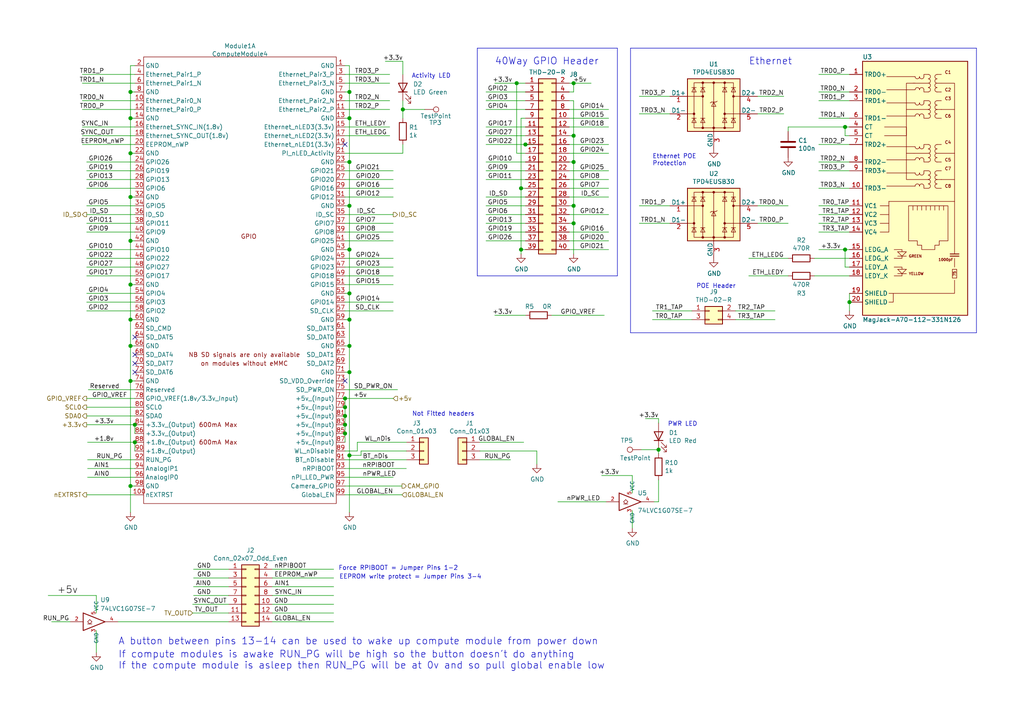
<source format=kicad_sch>
(kicad_sch (version 20211123) (generator eeschema)
  (paper "A4")
  (title_block (title "bitcart - GPIO - Ethernet") (date "2022-06-02") (rev "1") (comment 1 "https://github.com/skot/bitcart.git"))
  (junction (at 37.846 92.71) (diameter 1.016))
  (junction (at 101.346 132.08) (diameter 1.016))
  (junction (at 166.37 39.37) (diameter 1.016))
  (junction (at 101.346 59.69) (diameter 1.016))
  (junction (at 151.13 54.61) (diameter 1.016))
  (junction (at 166.37 24.13) (diameter 1.016))
  (junction (at 101.346 46.99) (diameter 1.016))
  (junction (at 101.346 72.39) (diameter 1.016))
  (junction (at 246.38 87.63) (diameter 1.016))
  (junction (at 101.346 26.67) (diameter 1.016))
  (junction (at 245.11 36.83) (diameter 1.016))
  (junction (at 151.13 72.39) (diameter 1.016))
  (junction (at 100.076 125.73) (diameter 1.016))
  (junction (at 101.346 85.09) (diameter 1.016))
  (junction (at 166.37 64.77) (diameter 1.016))
  (junction (at 37.846 69.85) (diameter 1.016))
  (junction (at 37.846 26.67) (diameter 1.016))
  (junction (at 100.076 120.65) (diameter 1.016))
  (junction (at 245.11 72.39) (diameter 1.016))
  (junction (at 37.846 100.33) (diameter 1.016))
  (junction (at 37.846 44.45) (diameter 1.016))
  (junction (at 39.116 123.19) (diameter 1.016))
  (junction (at 116.84 31.75) (diameter 1.016))
  (junction (at 101.346 107.95) (diameter 1.016))
  (junction (at 101.346 34.29) (diameter 1.016))
  (junction (at 149.86 24.13) (diameter 1.016))
  (junction (at 166.37 46.99) (diameter 1.016))
  (junction (at 191.008 130.429) (diameter 1.016))
  (junction (at 101.346 92.71) (diameter 1.016))
  (junction (at 100.076 115.57) (diameter 1.016))
  (junction (at 100.076 123.19) (diameter 1.016))
  (junction (at 101.346 100.33) (diameter 1.016))
  (junction (at 37.846 82.55) (diameter 1.016))
  (junction (at 166.37 59.69) (diameter 1.016))
  (junction (at 39.116 128.27) (diameter 1.016))
  (junction (at 37.846 110.49) (diameter 1.016))
  (junction (at 37.846 34.29) (diameter 1.016))
  (junction (at 37.846 57.15) (diameter 1.016))
  (junction (at 37.846 140.97) (diameter 1.016))
  (junction (at 152.4 41.91) (diameter 1.016))
  (junction (at 100.076 118.11) (diameter 1.016))
  (no_connect (at 100.076 110.49))
  (no_connect (at 39.116 97.79))
  (no_connect (at 100.076 41.91))
  (no_connect (at 39.116 107.95))
  (no_connect (at 39.116 105.41))
  (no_connect (at 39.116 102.87))
  (wire (pts (xy 25.146 118.11) (xy 39.116 118.11)))
  (wire (pts (xy 23.876 36.83) (xy 39.116 36.83)))
  (wire (pts (xy 37.846 57.15) (xy 39.116 57.15)))
  (wire (pts (xy 78.994 175.26) (xy 96.774 175.26)))
  (wire (pts (xy 166.37 64.77) (xy 166.37 73.66)))
  (wire (pts (xy 100.076 44.45) (xy 116.84 44.45)))
  (wire (pts (xy 140.97 39.37) (xy 152.4 39.37)))
  (wire (pts (xy 237.49 21.59) (xy 246.38 21.59)))
  (wire (pts (xy 166.37 29.21) (xy 166.37 39.37)))
  (wire (pts (xy 78.994 170.18) (xy 96.774 170.18)))
  (wire (pts (xy 56.134 167.64) (xy 66.294 167.64)))
  (wire (pts (xy 101.346 132.08) (xy 101.346 148.59)))
  (wire (pts (xy 100.076 21.59) (xy 113.03 21.59)))
  (wire (pts (xy 237.49 34.29) (xy 246.38 34.29)))
  (wire (pts (xy 245.11 72.39) (xy 246.38 72.39)))
  (wire (pts (xy 101.346 46.99) (xy 101.346 59.69)))
  (wire (pts (xy 37.846 44.45) (xy 37.846 57.15)))
  (polyline (pts (xy 283.21 13.97) (xy 283.21 96.52)) (stroke (width 0) (type solid)))
  (wire (pts (xy 140.97 52.07) (xy 152.4 52.07)))
  (wire (pts (xy 100.076 85.09) (xy 101.346 85.09)))
  (wire (pts (xy 56.134 170.18) (xy 66.294 170.18)))
  (wire (pts (xy 25.146 90.17) (xy 39.116 90.17)))
  (wire (pts (xy 140.97 64.77) (xy 152.4 64.77)))
  (wire (pts (xy 183.388 137.922) (xy 174.498 137.922)))
  (wire (pts (xy 166.37 64.77) (xy 166.37 59.69)))
  (wire (pts (xy 27.94 172.72) (xy 27.94 177.8)))
  (wire (pts (xy 25.4 138.43) (xy 39.116 138.43)))
  (wire (pts (xy 100.076 80.01) (xy 114.046 80.01)))
  (wire (pts (xy 228.6 38.1) (xy 228.6 36.83)))
  (wire (pts (xy 103.632 128.27) (xy 117.856 128.27)))
  (wire (pts (xy 100.076 34.29) (xy 101.346 34.29)))
  (wire (pts (xy 140.97 31.75) (xy 152.4 31.75)))
  (wire (pts (xy 139.192 133.35) (xy 148.082 133.35)))
  (wire (pts (xy 25.146 115.57) (xy 39.116 115.57)))
  (wire (pts (xy 100.076 52.07) (xy 114.046 52.07)))
  (wire (pts (xy 140.97 62.23) (xy 152.4 62.23)))
  (wire (pts (xy 101.346 85.09) (xy 101.346 92.71)))
  (wire (pts (xy 166.37 46.99) (xy 165.1 46.99)))
  (wire (pts (xy 37.846 19.05) (xy 37.846 26.67)))
  (wire (pts (xy 100.076 36.83) (xy 113.03 36.83)))
  (wire (pts (xy 25.146 59.69) (xy 39.116 59.69)))
  (wire (pts (xy 166.37 39.37) (xy 165.1 39.37)))
  (wire (pts (xy 100.076 87.63) (xy 114.046 87.63)))
  (wire (pts (xy 56.134 172.72) (xy 66.294 172.72)))
  (wire (pts (xy 100.076 133.35) (xy 117.856 133.35)))
  (wire (pts (xy 78.994 172.72) (xy 96.774 172.72)))
  (wire (pts (xy 37.846 69.85) (xy 39.116 69.85)))
  (wire (pts (xy 100.076 19.05) (xy 101.346 19.05)))
  (wire (pts (xy 140.97 29.21) (xy 152.4 29.21)))
  (wire (pts (xy 25.4 133.35) (xy 39.116 133.35)))
  (wire (pts (xy 100.076 67.31) (xy 114.046 67.31)))
  (wire (pts (xy 100.076 107.95) (xy 101.346 107.95)))
  (wire (pts (xy 236.22 74.93) (xy 246.38 74.93)))
  (wire (pts (xy 23.876 39.37) (xy 39.116 39.37)))
  (wire (pts (xy 237.49 59.69) (xy 246.38 59.69)))
  (wire (pts (xy 100.076 140.97) (xy 116.586 140.97)))
  (polyline (pts (xy 179.07 13.97) (xy 138.43 13.97)) (stroke (width 0) (type solid)))
  (wire (pts (xy 100.076 46.99) (xy 101.346 46.99)))
  (wire (pts (xy 100.076 138.43) (xy 114.046 138.43)))
  (wire (pts (xy 101.346 132.08) (xy 104.7242 132.08)))
  (wire (pts (xy 100.076 26.67) (xy 101.346 26.67)))
  (wire (pts (xy 236.22 80.01) (xy 246.38 80.01)))
  (wire (pts (xy 143.51 24.13) (xy 149.86 24.13)))
  (wire (pts (xy 165.1 24.13) (xy 166.37 24.13)))
  (wire (pts (xy 100.076 24.13) (xy 113.03 24.13)))
  (wire (pts (xy 39.116 19.05) (xy 37.846 19.05)))
  (wire (pts (xy 191.008 121.412) (xy 187.198 121.412)))
  (wire (pts (xy 25.4 128.27) (xy 39.116 128.27)))
  (wire (pts (xy 100.076 120.65) (xy 100.076 123.19)))
  (wire (pts (xy 34.29 180.34) (xy 66.294 180.34)))
  (wire (pts (xy 100.076 82.55) (xy 114.046 82.55)))
  (wire (pts (xy 39.116 128.27) (xy 39.37 128.27)))
  (wire (pts (xy 39.116 140.97) (xy 37.846 140.97)))
  (wire (pts (xy 25.146 46.99) (xy 39.116 46.99)))
  (wire (pts (xy 25.146 120.65) (xy 39.116 120.65)))
  (wire (pts (xy 213.36 90.17) (xy 224.79 90.17)))
  (wire (pts (xy 13.97 172.72) (xy 27.94 172.72)))
  (wire (pts (xy 194.31 64.77) (xy 185.42 64.77)))
  (wire (pts (xy 140.97 49.53) (xy 152.4 49.53)))
  (wire (pts (xy 165.1 36.83) (xy 176.53 36.83)))
  (wire (pts (xy 213.36 92.71) (xy 224.79 92.71)))
  (wire (pts (xy 100.076 115.57) (xy 114.046 115.57)))
  (wire (pts (xy 78.994 180.34) (xy 96.774 180.34)))
  (wire (pts (xy 101.346 92.71) (xy 101.346 100.33)))
  (wire (pts (xy 37.846 82.55) (xy 39.116 82.55)))
  (wire (pts (xy 165.1 29.21) (xy 166.37 29.21)))
  (wire (pts (xy 100.076 62.23) (xy 114.046 62.23)))
  (wire (pts (xy 101.346 72.39) (xy 101.346 85.09)))
  (wire (pts (xy 25.146 54.61) (xy 39.116 54.61)))
  (wire (pts (xy 100.076 69.85) (xy 114.046 69.85)))
  (wire (pts (xy 151.13 34.29) (xy 151.13 54.61)))
  (polyline (pts (xy 179.07 13.97) (xy 179.07 80.01)) (stroke (width 0) (type solid)))
  (wire (pts (xy 191.008 122.682) (xy 191.008 121.412)))
  (wire (pts (xy 237.49 67.31) (xy 246.38 67.31)))
  (wire (pts (xy 37.846 92.71) (xy 39.116 92.71)))
  (wire (pts (xy 151.13 54.61) (xy 152.4 54.61)))
  (wire (pts (xy 56.134 165.1) (xy 66.294 165.1)))
  (wire (pts (xy 100.076 77.47) (xy 114.046 77.47)))
  (wire (pts (xy 37.846 110.49) (xy 37.846 140.97)))
  (wire (pts (xy 237.49 62.23) (xy 246.38 62.23)))
  (wire (pts (xy 149.86 24.13) (xy 149.86 44.45)))
  (wire (pts (xy 245.11 77.47) (xy 245.11 72.39)))
  (wire (pts (xy 246.38 85.09) (xy 246.38 87.63)))
  (wire (pts (xy 165.1 31.75) (xy 176.53 31.75)))
  (wire (pts (xy 100.076 125.73) (xy 100.076 128.27)))
  (wire (pts (xy 140.97 67.31) (xy 152.4 67.31)))
  (wire (pts (xy 25.146 62.23) (xy 39.116 62.23)))
  (wire (pts (xy 165.1 67.31) (xy 176.53 67.31)))
  (wire (pts (xy 114.046 90.17) (xy 100.076 90.17)))
  (wire (pts (xy 165.1 69.85) (xy 176.53 69.85)))
  (wire (pts (xy 100.076 59.69) (xy 101.346 59.69)))
  (wire (pts (xy 237.49 64.77) (xy 246.38 64.77)))
  (wire (pts (xy 25.146 52.07) (xy 39.116 52.07)))
  (wire (pts (xy 139.192 130.81) (xy 155.702 130.81)))
  (wire (pts (xy 100.076 118.11) (xy 100.076 120.65)))
  (wire (pts (xy 165.1 54.61) (xy 176.53 54.61)))
  (wire (pts (xy 25.4 135.89) (xy 39.116 135.89)))
  (wire (pts (xy 183.388 148.082) (xy 183.388 153.162)))
  (wire (pts (xy 191.008 139.192) (xy 191.008 145.542)))
  (wire (pts (xy 160.02 91.44) (xy 175.26 91.44)))
  (wire (pts (xy 100.076 29.21) (xy 113.03 29.21)))
  (wire (pts (xy 100.076 123.19) (xy 100.076 125.73)))
  (wire (pts (xy 23.876 41.91) (xy 39.116 41.91)))
  (wire (pts (xy 23.876 21.59) (xy 39.116 21.59)))
  (wire (pts (xy 140.97 36.83) (xy 152.4 36.83)))
  (wire (pts (xy 165.1 49.53) (xy 176.53 49.53)))
  (wire (pts (xy 237.49 26.67) (xy 246.38 26.67)))
  (wire (pts (xy 100.076 31.75) (xy 113.03 31.75)))
  (wire (pts (xy 191.008 130.302) (xy 191.008 130.429)))
  (wire (pts (xy 165.1 57.15) (xy 176.53 57.15)))
  (wire (pts (xy 237.49 72.39) (xy 245.11 72.39)))
  (wire (pts (xy 151.13 54.61) (xy 151.13 72.39)))
  (wire (pts (xy 25.146 85.09) (xy 39.116 85.09)))
  (wire (pts (xy 25.146 49.53) (xy 39.116 49.53)))
  (wire (pts (xy 219.71 59.69) (xy 228.6 59.69)))
  (wire (pts (xy 78.994 167.64) (xy 96.774 167.64)))
  (wire (pts (xy 100.076 39.37) (xy 113.03 39.37)))
  (wire (pts (xy 228.6 36.83) (xy 245.11 36.83)))
  (wire (pts (xy 55.88 177.8) (xy 66.294 177.8)))
  (wire (pts (xy 37.846 100.33) (xy 39.116 100.33)))
  (wire (pts (xy 191.008 145.542) (xy 189.738 145.542)))
  (wire (pts (xy 185.42 27.94) (xy 194.31 27.94)))
  (wire (pts (xy 166.37 39.37) (xy 166.37 46.99)))
  (wire (pts (xy 25.146 143.51) (xy 39.116 143.51)))
  (wire (pts (xy 165.1 34.29) (xy 176.53 34.29)))
  (wire (pts (xy 100.076 113.03) (xy 115.316 113.03)))
  (wire (pts (xy 140.97 69.85) (xy 152.4 69.85)))
  (wire (pts (xy 78.994 165.1) (xy 96.774 165.1)))
  (wire (pts (xy 165.1 52.07) (xy 176.53 52.07)))
  (wire (pts (xy 100.076 64.77) (xy 114.046 64.77)))
  (wire (pts (xy 100.076 49.53) (xy 114.046 49.53)))
  (wire (pts (xy 140.97 26.67) (xy 152.4 26.67)))
  (wire (pts (xy 140.97 57.15) (xy 152.4 57.15)))
  (wire (pts (xy 101.346 26.67) (xy 101.346 34.29)))
  (polyline (pts (xy 283.21 96.52) (xy 182.88 96.52)) (stroke (width 0) (type solid)))
  (wire (pts (xy 139.192 128.27) (xy 151.892 128.27)))
  (wire (pts (xy 25.146 67.31) (xy 39.116 67.31)))
  (wire (pts (xy 39.116 125.73) (xy 39.116 123.19)))
  (wire (pts (xy 78.994 177.8) (xy 96.774 177.8)))
  (wire (pts (xy 237.49 41.91) (xy 246.38 41.91)))
  (wire (pts (xy 183.388 143.002) (xy 183.388 137.922)))
  (wire (pts (xy 116.84 31.75) (xy 116.84 29.21)))
  (wire (pts (xy 25.146 64.77) (xy 39.116 64.77)))
  (wire (pts (xy 25.146 80.01) (xy 39.116 80.01)))
  (wire (pts (xy 217.17 80.01) (xy 228.6 80.01)))
  (wire (pts (xy 186.0042 130.429) (xy 191.008 130.429)))
  (wire (pts (xy 100.076 74.93) (xy 114.046 74.93)))
  (wire (pts (xy 39.116 130.81) (xy 39.116 128.27)))
  (wire (pts (xy 101.346 59.69) (xy 101.346 72.39)))
  (wire (pts (xy 166.37 59.69) (xy 166.37 46.99)))
  (wire (pts (xy 191.008 130.429) (xy 191.008 131.572)))
  (wire (pts (xy 116.84 21.59) (xy 116.84 17.78)))
  (wire (pts (xy 219.71 33.02) (xy 227.33 33.02)))
  (wire (pts (xy 100.076 100.33) (xy 101.346 100.33)))
  (wire (pts (xy 100.076 143.51) (xy 116.586 143.51)))
  (wire (pts (xy 37.846 110.49) (xy 39.116 110.49)))
  (wire (pts (xy 166.37 24.13) (xy 171.45 24.13)))
  (wire (pts (xy 151.13 72.39) (xy 152.4 72.39)))
  (wire (pts (xy 37.846 44.45) (xy 39.116 44.45)))
  (polyline (pts (xy 182.88 96.52) (xy 182.88 13.97)) (stroke (width 0) (type solid)))
  (wire (pts (xy 100.076 115.57) (xy 100.076 118.11)))
  (wire (pts (xy 219.71 27.94) (xy 227.33 27.94)))
  (wire (pts (xy 166.37 26.67) (xy 166.37 24.13)))
  (wire (pts (xy 104.7242 132.08) (xy 104.7242 130.81)))
  (wire (pts (xy 217.17 74.93) (xy 228.6 74.93)))
  (wire (pts (xy 39.116 34.29) (xy 37.846 34.29)))
  (wire (pts (xy 101.346 34.29) (xy 101.346 46.99)))
  (wire (pts (xy 149.86 44.45) (xy 152.4 44.45)))
  (wire (pts (xy 55.88 175.26) (xy 66.294 175.26)))
  (wire (pts (xy 23.876 29.21) (xy 39.116 29.21)))
  (wire (pts (xy 185.42 33.02) (xy 194.31 33.02)))
  (wire (pts (xy 140.97 59.69) (xy 152.4 59.69)))
  (wire (pts (xy 100.076 130.81) (xy 103.632 130.81)))
  (wire (pts (xy 37.846 34.29) (xy 37.846 44.45)))
  (wire (pts (xy 25.146 74.93) (xy 39.116 74.93)))
  (wire (pts (xy 152.4 34.29) (xy 151.13 34.29)))
  (wire (pts (xy 25.146 77.47) (xy 39.116 77.47)))
  (wire (pts (xy 100.076 57.15) (xy 114.046 57.15)))
  (wire (pts (xy 100.076 92.71) (xy 101.346 92.71)))
  (wire (pts (xy 39.116 26.67) (xy 37.846 26.67)))
  (wire (pts (xy 27.94 182.88) (xy 27.94 189.23)))
  (wire (pts (xy 37.846 82.55) (xy 37.846 92.71)))
  (wire (pts (xy 246.38 87.63) (xy 246.38 90.17)))
  (wire (pts (xy 25.6032 113.03) (xy 39.116 113.03)))
  (wire (pts (xy 165.1 64.77) (xy 166.37 64.77)))
  (wire (pts (xy 111.76 17.78) (xy 116.84 17.78)))
  (wire (pts (xy 37.846 92.71) (xy 37.846 100.33)))
  (wire (pts (xy 246.38 77.47) (xy 245.11 77.47)))
  (polyline (pts (xy 138.43 80.01) (xy 179.07 80.01)) (stroke (width 0) (type solid)))
  (wire (pts (xy 37.846 100.33) (xy 37.846 110.49)))
  (wire (pts (xy 101.346 19.05) (xy 101.346 26.67)))
  (wire (pts (xy 37.846 140.97) (xy 37.846 148.59)))
  (wire (pts (xy 25.146 123.19) (xy 39.116 123.19)))
  (wire (pts (xy 237.49 54.61) (xy 246.38 54.61)))
  (wire (pts (xy 140.97 46.99) (xy 152.4 46.99)))
  (wire (pts (xy 185.42 59.69) (xy 194.31 59.69)))
  (wire (pts (xy 246.38 39.37) (xy 245.11 39.37)))
  (wire (pts (xy 140.97 41.91) (xy 152.4 41.91)))
  (wire (pts (xy 161.798 145.542) (xy 175.768 145.542)))
  (wire (pts (xy 103.632 130.81) (xy 103.632 128.27)))
  (wire (pts (xy 165.1 62.23) (xy 176.53 62.23)))
  (wire (pts (xy 245.11 39.37) (xy 245.11 36.83)))
  (wire (pts (xy 37.846 57.15) (xy 37.846 69.85)))
  (wire (pts (xy 154.94 41.91) (xy 152.4 41.91)))
  (wire (pts (xy 165.1 59.69) (xy 166.37 59.69)))
  (wire (pts (xy 101.346 100.33) (xy 101.346 107.95)))
  (wire (pts (xy 155.702 130.81) (xy 155.702 134.62)))
  (wire (pts (xy 165.1 41.91) (xy 176.53 41.91)))
  (wire (pts (xy 23.876 24.13) (xy 39.116 24.13)))
  (wire (pts (xy 25.146 87.63) (xy 39.116 87.63)))
  (wire (pts (xy 165.1 26.67) (xy 166.37 26.67)))
  (wire (pts (xy 143.51 91.44) (xy 152.4 91.44)))
  (wire (pts (xy 14.986 180.34) (xy 20.32 180.34)))
  (wire (pts (xy 189.23 90.17) (xy 200.66 90.17)))
  (wire (pts (xy 237.49 49.53) (xy 246.38 49.53)))
  (wire (pts (xy 100.076 135.89) (xy 117.856 135.89)))
  (wire (pts (xy 246.38 36.83) (xy 245.11 36.83)))
  (wire (pts (xy 123.19 31.75) (xy 116.84 31.75)))
  (wire (pts (xy 116.84 34.29) (xy 116.84 31.75)))
  (wire (pts (xy 151.13 72.39) (xy 151.13 73.66)))
  (wire (pts (xy 100.076 54.61) (xy 114.046 54.61)))
  (wire (pts (xy 25.146 72.39) (xy 39.116 72.39)))
  (wire (pts (xy 116.84 44.45) (xy 116.84 41.91)))
  (wire (pts (xy 165.1 44.45) (xy 176.53 44.45)))
  (polyline (pts (xy 138.43 13.97) (xy 138.43 80.01)) (stroke (width 0) (type solid)))
  (wire (pts (xy 101.346 107.95) (xy 101.346 132.08)))
  (wire (pts (xy 237.49 46.99) (xy 246.38 46.99)))
  (wire (pts (xy 219.71 64.77) (xy 228.6 64.77)))
  (wire (pts (xy 189.23 92.71) (xy 200.66 92.71)))
  (wire (pts (xy 104.7242 130.81) (xy 117.856 130.81)))
  (wire (pts (xy 23.876 31.75) (xy 39.116 31.75)))
  (wire (pts (xy 152.4 24.13) (xy 149.86 24.13)))
  (wire (pts (xy 37.846 69.85) (xy 37.846 82.55)))
  (wire (pts (xy 100.076 72.39) (xy 101.346 72.39)))
  (polyline (pts (xy 182.88 13.97) (xy 283.21 13.97)) (stroke (width 0) (type solid)))
  (wire (pts (xy 165.1 72.39) (xy 176.53 72.39)))
  (wire (pts (xy 237.49 29.21) (xy 246.38 29.21)))
  (wire (pts (xy 37.846 26.67) (xy 37.846 34.29)))
  (text "PWR LED" (at 193.675 123.825 0) (effects (font (size 1.27 1.27)) (justify left bottom)))
  (text "Ethernet POE\nProtection" (at 189.23 48.26 0) (effects (font (size 1.27 1.27)) (justify left bottom)))
  (text "40Way GPIO Header" (at 143.51 19.05 0) (effects (font (size 2.007 2.007)) (justify left bottom)))
  (text "Ethernet" (at 217.17 19.05 0) (effects (font (size 2.0066 2.0066)) (justify left bottom)))
  (text "Activity LED" (at 119.38 22.86 0) (effects (font (size 1.27 1.27)) (justify left bottom)))
  (text "EEPROM write protect = Jumper Pins 3-4\n\n" (at 139.7 170.18 180) (effects (font (size 1.27 1.27)) (justify right bottom)))
  (text "Not Fitted headers" (at 137.668 120.904 180) (effects (font (size 1.27 1.27)) (justify right bottom)))
  (text "A button between pins 13-14 can be used to wake up compute module from power down\n\n" (at 34.29 190.5 0) (effects (font (size 2.007 2.007)) (justify left bottom)))
  (text "If compute modules is awake RUN_PG will be high so the button doesn't do anything\nIf the compute module is asleep then RUN_PG will be at 0v and so pull global enable low" (at 34.29 194.31 0) (effects (font (size 2.007 2.007)) (justify left bottom)))
  (text "Force RPIBOOT = Jumper Pins 1-2 \n" (at 133.858 165.608 180) (effects (font (size 1.27 1.27)) (justify right bottom)))
  (text "POE Header" (at 201.93 83.82 0) (effects (font (size 1.27 1.27)) (justify left bottom)))
  (label "TRD1_N" (at 193.04 64.77 180))
  (label "TRD2_P" (at 245.11 41.91 180))
  (label "GPIO12" (at 110.236 57.15 180))
  (label "GPIO15" (at 175.26 34.29 180))
  (label "TRD2_N" (at 245.11 46.99 180))
  (label "ID_SD" (at 147.32 57.15 180))
  (label "GPIO23" (at 110.236 77.47 180))
  (label "TR2_TAP" (at 246.38 64.77 180))
  (label "SD_PWR_ON" (at 102.616 113.03 0))
  (label "ID_SC" (at 108.966 62.23 180))
  (label "TRD1_P" (at 245.11 29.21 180))
  (label "GPIO14" (at 110.236 87.63 180))
  (label "TRD1_P" (at 30.226 21.59 180))
  (label "Reserved" (at 34.671 113.03 180))
  (label "+3.3v" (at 148.59 91.44 180))
  (label "GPIO12" (at 175.26 62.23 180))
  (label "GPIO11" (at 148.59 52.07 180))
  (label "TR0_TAP" (at 198.0184 92.71 180))
  (label "GPIO18" (at 175.26 36.83 180))
  (label "nPWR_LED" (at 105.156 138.43 0))
  (label "GND" (at 83.566 175.26 180))
  (label "GPIO3" (at 147.32 29.21 180))
  (label "+5v" (at 16.51 172.72 0) (effects (font (size 2.0066 2.0066))))
  (label "GPIO14" (at 175.26 31.75 180))
  (label "GPIO7" (at 173.99 54.61 180))
  (label "GPIO20" (at 110.236 52.07 180))
  (label "GPIO26" (at 148.59 69.85 180))
  (label "BT_nDis" (at 112.6236 133.35 180))
  (label "EEPROM_nWP" (at 36.068 41.91 180))
  (label "TRD0_N" (at 227.33 59.69 180))
  (label "GPIO8" (at 108.966 67.31 180))
  (label "AIN0" (at 61.214 170.18 180))
  (label "GPIO26" (at 32.766 46.99 180))
  (label "GPIO5" (at 147.32 59.69 180))
  (label "SYNC_IN" (at 31.496 36.83 180))
  (label "GPIO2" (at 147.32 26.67 180))
  (label "TRD3_N" (at 193.04 33.02 180))
  (label "TR1_TAP" (at 198.12 90.17 180))
  (label "GPIO18" (at 110.236 80.01 180))
  (label "GPIO15" (at 110.236 82.55 180))
  (label "TRD2_P" (at 102.87 31.75 0))
  (label "GPIO25" (at 110.236 69.85 180))
  (label "nRPIBOOT" (at 114.5032 135.89 180))
  (label "GPIO_VREF" (at 26.67 115.57 0))
  (label "GPIO6" (at 147.32 62.23 180))
  (label "GPIO13" (at 148.59 64.77 180))
  (label "GPIO6" (at 31.496 54.61 180))
  (label "TRD3_N" (at 102.87 24.13 0))
  (label "TR0_TAP" (at 246.38 59.69 180))
  (label "GPIO17" (at 148.59 36.83 180))
  (label "GPIO9" (at 147.32 49.53 180))
  (label "TRD0_P" (at 227.33 64.77 180))
  (label "GPIO25" (at 175.26 49.53 180))
  (label "GPIO21" (at 175.26 72.39 180))
  (label "AIN1" (at 84.074 170.18 180))
  (label "GPIO13" (at 32.766 52.07 180))
  (label "TRD2_N" (at 227.33 27.94 180))
  (label "GPIO_VREF" (at 162.56 91.44 0))
  (label "GPIO19" (at 148.59 67.31 180))
  (label "TRD0_P" (at 245.11 21.59 180))
  (label "TRD2_P" (at 227.33 33.02 180))
  (label "ETH_LEDG" (at 227.33 74.93 180))
  (label "+3.3v" (at 191.008 121.412 180))
  (label "GPIO16" (at 110.236 54.61 180))
  (label "AIN1" (at 31.75 135.89 180))
  (label "TRD3_N" (at 245.11 54.61 180))
  (label "SYNC_IN" (at 87.63 172.72 180))
  (label "TRD0_N" (at 30.226 29.21 180))
  (label "GND" (at 61.214 165.1 180))
  (label "+5v" (at 170.18 24.13 180))
  (label "RUN_PG" (at 148.082 133.35 180))
  (label "GPIO22" (at 32.766 74.93 180))
  (label "TRD1_N" (at 245.11 34.29 180))
  (label "GPIO19" (at 32.766 49.53 180))
  (label "+3.3v" (at 148.59 24.13 180))
  (label "GPIO4" (at 31.496 85.09 180))
  (label "TR2_TAP" (at 221.9198 90.17 180))
  (label "nPWR_LED" (at 164.338 145.542 0))
  (label "GPIO5" (at 31.496 59.69 180))
  (label "+3.3v" (at 33.02 123.19 180))
  (label "GPIO10" (at 148.59 46.99 180))
  (label "+5v" (at 106.426 115.57 180))
  (label "SYNC_OUT" (at 33.02 39.37 180))
  (label "GND" (at 61.214 167.64 180))
  (label "EEPROM_nWP" (at 92.202 167.64 180))
  (label "SYNC_OUT" (at 65.786 175.26 180))
  (label "GLOBAL_EN" (at 114.046 143.51 180))
  (label "GPIO27" (at 32.766 77.47 180))
  (label "GLOBAL_EN" (at 90.17 180.34 180))
  (label "GLOBAL_EN" (at 149.352 128.27 180))
  (label "GPIO27" (at 148.59 39.37 180))
  (label "GPIO11" (at 32.766 64.77 180))
  (label "+1.8v" (at 33.02 128.27 180))
  (label "GND" (at 61.214 172.72 180))
  (label "TV_OUT" (at 63.246 177.8 180))
  (label "RUN_PG" (at 35.56 133.35 180))
  (label "TRD3_P" (at 245.11 49.53 180))
  (label "TRD3_P" (at 102.87 21.59 0))
  (label "GPIO20" (at 175.26 69.85 180))
  (label "GPIO7" (at 108.966 64.77 180))
  (label "ID_SC" (at 173.99 57.15 180))
  (label "TRD1_N" (at 30.226 24.13 180))
  (label "GPIO22" (at 148.59 41.91 180))
  (label "ETH_LEDG" (at 102.87 39.37 0))
  (label "TR1_TAP" (at 246.38 62.23 180))
  (label "+3.3v" (at 116.84 17.78 180))
  (label "GPIO8" (at 173.99 52.07 180))
  (label "ETH_LEDY" (at 102.87 36.83 0))
  (label "+3.3v" (at 243.84 72.39 180))
  (label "GND" (at 83.566 177.8 180))
  (label "GPIO3" (at 31.496 87.63 180))
  (label "GPIO17" (at 32.766 80.01 180))
  (label "GPIO2" (at 31.496 90.17 180))
  (label "WL_nDis" (at 113.411 128.27 180))
  (label "ID_SD" (at 31.496 62.23 180))
  (label "TRD2_N" (at 102.87 29.21 0))
  (label "GPIO9" (at 31.496 67.31 180))
  (label "TR3_TAP" (at 221.8944 92.71 180))
  (label "nRPIBOOT" (at 88.9 165.1 180))
  (label "+3.3v" (at 179.578 137.922 180))
  (label "TRD3_P" (at 193.04 27.94 180))
  (label "GPIO23" (at 175.26 41.91 180))
  (label "SD_CLK" (at 110.236 90.17 180))
  (label "GPIO24" (at 110.236 74.93 180))
  (label "GPIO4" (at 147.32 31.75 180))
  (label "RUN_PG" (at 20.066 180.34 180))
  (label "TRD1_P" (at 193.04 59.69 180))
  (label "TRD0_N" (at 245.11 26.67 180))
  (label "GPIO16" (at 175.26 67.31 180))
  (label "GPIO10" (at 32.766 72.39 180))
  (label "GPIO21" (at 110.236 49.53 180))
  (label "TRD0_P" (at 30.226 31.75 180))
  (label "GPIO24" (at 175.26 44.45 180))
  (label "ETH_LEDY" (at 227.33 80.01 180))
  (label "AIN0" (at 31.75 138.43 180))
  (label "TR3_TAP" (at 246.38 67.31 180))
  (hierarchical_label "+5v" (shape input) (at 114.046 115.57 0))
  (hierarchical_label "GLOBAL_EN" (shape input) (at 116.586 143.51 0))
  (hierarchical_label "ID_SC" (shape output) (at 114.046 62.23 0))
  (hierarchical_label "TV_OUT" (shape input) (at 55.88 177.8 180))
  (hierarchical_label "SCL0" (shape output) (at 25.146 118.11 180))
  (hierarchical_label "ID_SD" (shape output) (at 25.146 62.23 180))
  (hierarchical_label "GPIO_VREF" (shape output) (at 25.146 115.57 180))
  (hierarchical_label "SDA0" (shape output) (at 25.146 120.65 180))
  (hierarchical_label "CAM_GPIO" (shape output) (at 116.586 140.97 0))
  (hierarchical_label "nEXTRST" (shape output) (at 25.146 143.51 180))
  (hierarchical_label "+3.3v" (shape output) (at 25.146 123.19 180))
  (symbol (lib_id "CM4IO:74LVC1G07_copy") (at 183.388 145.542 0) (unit 1)
    (property "Reference" "U5" (at 184.912 143.002 0) (effects (justify left)))
    (property "Value" "74LVC1G07SE-7" (at 184.912 148.082 0) (effects (justify left)))
    (property "Footprint" "Package_TO_SOT_SMD:SOT-353_SC-70-5" (effects hide))
    (property "Datasheet" "https://www.diodes.com/assets/Datasheets/74LVC1G07.pdf" (effects hide))
    (property "Field4" "Farnell" (effects hide))
    (property "Field5" "2425492" (effects hide))
    (property "Field6" "74LVC1G07SE-7" (effects hide))
    (property "Field7" "Diodes" (effects hide))
    (property "Part Description" "Buffer, Non-Inverting 1 Element 1 Bit per Element Open Drain Output SOT-353" (effects hide))
  )
  (symbol (lib_id "CM4IO:74LVC1G07_copy") (at 27.94 180.34 0) (unit 1)
    (property "Reference" "U9" (at 30.48 173.99 0))
    (property "Value" "74LVC1G07SE-7" (at 37.084 176.53 0))
    (property "Footprint" "Package_TO_SOT_SMD:SOT-353_SC-70-5" (effects hide))
    (property "Datasheet" "https://www.diodes.com/assets/Datasheets/74LVC1G07.pdf" (effects hide))
    (property "Field4" "Farnell" (effects hide))
    (property "Field5" "2425492" (effects hide))
    (property "Field6" "74LVC1G07SE-7" (effects hide))
    (property "Field7" "Diodes" (effects hide))
    (property "Part Description" "Buffer, Non-Inverting 1 Element 1 Bit per Element Open Drain Output SOT-353" (effects hide))
  )
  (symbol (lib_id "power:GND") (at 27.94 189.23 0) (unit 1)
    (property "Reference" "#PWR027" (effects hide))
    (property "Value" "GND" (at 28.067 193.6242 0))
  )
  (symbol (lib_id "CM4IO:ComputeModule4-CM4") (at 72.136 74.93 0) (unit 1)
    (property "Reference" "Module1" (at 69.596 13.335 0))
    (property "Value" "ComputeModule4" (at 69.596 15.6464 0))
    (property "Footprint" "CM4IO:Raspberry-Pi-4-Compute-Module" (effects hide))
    (property "Field4" "Hirose" (effects hide))
    (property "Field5" "2off DF40C-100DS-0.4V" (effects hide))
    (property "Field6" "2off DF40C-100DS-0.4V" (effects hide))
    (property "Field7" "Hirose" (effects hide))
    (property "Part Description" "	100 Position Connector Receptacle, Center Strip Contacts Surface Mount Gold" (effects hide))
  )
  (symbol (lib_id "CM4IO:MagJack-A70-112-331N126") (at 267.97 92.71 0) (unit 1)
    (property "Reference" "U3" (at 250.19 16.51 0) (effects (justify left)))
    (property "Value" "MagJack-A70-112-331N126" (at 250.19 92.71 0) (effects (justify left)))
    (property "Footprint" "CM4IO:TRJG0926HENL" (effects hide))
    (property "Datasheet" "https://p.globalsources.com/IMAGES/PDT/SPEC/690/K1160305690.pdf" (effects hide))
    (property "Field6" "TRJG0926HENL" (effects hide))
    (property "Field7" "Trxcon" (effects hide))
    (property "Field8" "UCON00900" (effects hide))
    (property "Part Description" "Gigabit Ethernet Magjack" (effects hide))
  )
  (symbol (lib_id "Device:C") (at 228.6 41.91 0) (unit 1)
    (property "Reference" "C1" (at 231.521 40.7416 0) (effects (justify left)))
    (property "Value" "100n" (at 231.521 43.053 0) (effects (justify left)))
    (property "Footprint" "Capacitor_SMD:C_0402_1005Metric" (effects hide))
    (property "Datasheet" "https://search.murata.co.jp/Ceramy/image/img/A01X/G101/ENG/GRM155R71C104KA88-01.pdf" (effects hide))
    (property "Field4" "Farnell" (effects hide))
    (property "Field5" "2611911" (effects hide))
    (property "Field6" "RM EMK105 B7104KV-F" (effects hide))
    (property "Field7" "TAIYO YUDEN EUROPE GMBH" (effects hide))
    (property "Part Description" "	0.1uF 10% 16V Ceramic Capacitor X7R 0402 (1005 Metric)" (effects hide))
    (property "Field8" "110091611" (effects hide))
  )
  (symbol (lib_id "power:GND") (at 228.6 45.72 0) (unit 1)
    (property "Reference" "#PWR0101" (effects hide))
    (property "Value" "GND" (at 228.727 50.1142 0))
  )
  (symbol (lib_id "Connector_Generic:Conn_02x02_Odd_Even") (at 205.74 90.17 0) (unit 1)
    (property "Reference" "J9" (at 207.01 84.6582 0))
    (property "Value" "THD-02-R" (at 207.01 86.9696 0))
    (property "Footprint" "Connector_PinHeader_2.54mm:PinHeader_2x02_P2.54mm_Vertical" (effects hide))
    (property "Datasheet" "https://www.toby.co.uk/uploads/publications/1673.pdf" (effects hide))
    (property "Field4" "Toby" (effects hide))
    (property "Field5" "THD-02-R" (effects hide))
    (property "Field6" "151-604-425-761" (effects hide))
    (property "Field7" "EDAC" (effects hide))
    (property "Field8" "UCON00791" (effects hide))
    (property "Part Description" "PinHeader_2x02_P2.54mm_Vertical" (effects hide))
  )
  (symbol (lib_id "Connector_Generic:Conn_02x20_Odd_Even") (at 157.48 46.99 0) (unit 1)
    (property "Reference" "J8" (at 166.37 21.59 0))
    (property "Value" "THD-20-R" (at 158.75 20.9296 0))
    (property "Footprint" "Connector_PinHeader_2.54mm:PinHeader_2x20_P2.54mm_Vertical" (effects hide))
    (property "Datasheet" "https://www.toby.co.uk/uploads/publications/1673.pdf" (effects hide))
    (property "Field4" "Toby" (effects hide))
    (property "Field5" "THD-20-R" (effects hide))
    (property "Field6" "THD-20-R" (effects hide))
    (property "Field7" "Toby" (effects hide))
    (property "Field8" "UCON00511" (effects hide))
    (property "Part Description" "PinHeader_2x20_P2.54mm_Vertical" (effects hide))
  )
  (symbol (lib_id "power:GND") (at 166.37 73.66 0) (unit 1)
    (property "Reference" "#PWR0102" (effects hide))
    (property "Value" "GND" (at 166.497 78.0542 0))
  )
  (symbol (lib_id "power:GND") (at 151.13 73.66 0) (unit 1)
    (property "Reference" "#PWR0103" (effects hide))
    (property "Value" "GND" (at 151.257 78.0542 0))
  )
  (symbol (lib_id "Device:R") (at 232.41 74.93 270) (unit 1)
    (property "Reference" "R2" (at 232.41 69.6722 90))
    (property "Value" "470R" (at 232.41 71.9836 90))
    (property "Footprint" "Resistor_SMD:R_0402_1005Metric" (effects hide))
    (property "Datasheet" "https://fscdn.rohm.com/en/products/databook/datasheet/passive/resistor/chip_resistor/mcr-e.pdf" (effects hide))
    (property "Field4" "Farnell" (effects hide))
    (property "Field5" "9239197" (effects hide))
    (property "Field7" "KOA EUROPE GMBH" (effects hide))
    (property "Field6" "RK73G1ETQTP4700D         " (effects hide))
    (property "Field8" "120887981" (effects hide))
    (property "Part Description" "Resistor 470R M1005 1% 63mW" (effects hide))
  )
  (symbol (lib_id "Device:R") (at 232.41 80.01 270) (unit 1)
    (property "Reference" "R3" (at 232.41 85.09 90))
    (property "Value" "470R" (at 232.41 82.55 90))
    (property "Footprint" "Resistor_SMD:R_0402_1005Metric" (effects hide))
    (property "Datasheet" "https://fscdn.rohm.com/en/products/databook/datasheet/passive/resistor/chip_resistor/mcr-e.pdf" (effects hide))
    (property "Field4" "Farnell" (effects hide))
    (property "Field5" "9239197" (effects hide))
    (property "Field7" "KOA EUROPE GMBH" (effects hide))
    (property "Field6" "RK73G1ETQTP4700D         " (effects hide))
    (property "Field8" "120887981" (effects hide))
    (property "Part Description" "Resistor 470R M1005 1% 63mW" (effects hide))
  )
  (symbol (lib_id "power:GND") (at 37.846 148.59 0) (unit 1)
    (property "Reference" "#PWR0104" (effects hide))
    (property "Value" "GND" (at 37.973 152.9842 0))
  )
  (symbol (lib_id "power:GND") (at 101.346 148.59 0) (unit 1)
    (property "Reference" "#PWR0105" (effects hide))
    (property "Value" "GND" (at 101.473 152.9842 0))
  )
  (symbol (lib_id "Device:LED") (at 116.84 25.4 90) (unit 1)
    (property "Reference" "D2" (at 119.8118 24.4094 90) (effects (justify right)))
    (property "Value" "LED Green" (at 119.8118 26.7208 90) (effects (justify right)))
    (property "Footprint" "LED_SMD:LED_0603_1608Metric" (effects hide))
    (property "Datasheet" "http://optoelectronics.liteon.com/upload/download/DS22-2000-226/LTST-S270KGKT.pdf" (effects hide))
    (property "Field4" "Digikey " (effects hide))
    (property "Field5" "LTST-S270KGKT" (effects hide))
    (property "Field6" "SML-A12M8TT86N" (effects hide))
    (property "Field7" "Rohm" (effects hide))
    (property "Field8" "650263301" (effects hide))
    (property "Part Description" "	Green 572nm LED Indication - Discrete 2.2V 2-SMD, No Lead" (effects hide))
  )
  (symbol (lib_id "Device:R") (at 116.84 38.1 0) (unit 1)
    (property "Reference" "R1" (at 118.618 36.9316 0) (effects (justify left)))
    (property "Value" "1k" (at 118.618 39.243 0) (effects (justify left)))
    (property "Footprint" "Resistor_SMD:R_0402_1005Metric" (effects hide))
    (property "Datasheet" "https://fscdn.rohm.com/en/products/databook/datasheet/passive/resistor/chip_resistor/mcr-e.pdf" (effects hide))
    (property "Field4" "Farnell" (effects hide))
    (property "Field5" "9239235" (effects hide))
    (property "Field7" "KOA EUROPE GMBH" (effects hide))
    (property "Field6" "RK73H1ETTP1001F" (effects hide))
    (property "Part Description" "Resistor 1K M1005 1% 63mW" (effects hide))
    (property "Field8" "125049511" (effects hide))
  )
  (symbol (lib_id "power:GND") (at 183.388 153.162 0) (unit 1)
    (property "Reference" "#PWR05" (effects hide))
    (property "Value" "GND" (at 183.515 157.5562 0))
  )
  (symbol (lib_id "Device:LED") (at 191.008 126.492 90) (unit 1)
    (property "Reference" "D1" (at 193.9798 125.5014 90) (effects (justify right)))
    (property "Value" "LED Red" (at 193.9798 127.8128 90) (effects (justify right)))
    (property "Footprint" "LED_SMD:LED_0603_1608Metric" (effects hide))
    (property "Datasheet" "http://optoelectronics.liteon.com/upload/download/DS22-2000-210/LTST-S270KRKT.pdf" (effects hide))
    (property "Field4" "Digikey " (effects hide))
    (property "Field5" "	LTST-S270KRKT" (effects hide))
    (property "Field6" "SML-A12U8TT86Q" (effects hide))
    (property "Field7" "Rohm" (effects hide))
    (property "Field8" "650295101" (effects hide))
    (property "Part Description" "	Red 620nm LED Indication - Discrete 2.2V 2-SMD, No Lead" (effects hide))
  )
  (symbol (lib_id "Device:R") (at 191.008 135.382 0) (unit 1)
    (property "Reference" "R10" (at 192.786 134.2136 0) (effects (justify left)))
    (property "Value" "1k" (at 192.786 136.525 0) (effects (justify left)))
    (property "Footprint" "Resistor_SMD:R_0402_1005Metric" (effects hide))
    (property "Datasheet" "https://fscdn.rohm.com/en/products/databook/datasheet/passive/resistor/chip_resistor/mcr-e.pdf" (effects hide))
    (property "Field4" "Farnell" (effects hide))
    (property "Field5" "9239235" (effects hide))
    (property "Field7" "KOA EUROPE GMBH" (effects hide))
    (property "Field6" "RK73H1ETTP1001F" (effects hide))
    (property "Part Description" "Resistor 1K M1005 1% 63mW" (effects hide))
    (property "Field8" "125049511" (effects hide))
  )
  (symbol (lib_id "Connector_Generic:Conn_01x03") (at 134.112 130.81 0) (mirror y) (unit 1)
    (property "Reference" "J1" (at 136.1948 122.7582 0))
    (property "Value" "Conn_01x03" (at 136.1948 125.0696 0))
    (property "Footprint" "Connector_PinHeader_2.54mm:PinHeader_1x03_P2.54mm_Vertical" (effects hide))
    (property "Field4" "nf" (effects hide))
    (property "Field5" "nf" (effects hide))
    (property "Field6" "nf" (effects hide))
    (property "Field7" "nf" (effects hide))
    (property "Part Description" "3pin 0.1\" connector" (effects hide))
  )
  (symbol (lib_id "CM4IO:TPD4EUSB30") (at 207.01 62.23 0) (unit 1)
    (property "Reference" "U2" (at 207.01 50.3682 0))
    (property "Value" "TPD4EUSB30" (at 207.01 52.6796 0))
    (property "Footprint" "Package_SON:USON-10_2.5x1.0mm_P0.5mm" (effects hide))
    (property "Datasheet" "http://www.ti.com/lit/ds/symlink/tpd2eusb30a.pdf" (effects hide))
    (property "Field4" "Farnell" (effects hide))
    (property "Field5" "2335455" (effects hide))
    (property "Field6" "CDDFN10-3324P-13" (effects hide))
    (property "Field7" "Bourns" (effects hide))
    (property "Field8" "UDIO00346" (effects hide))
    (property "Part Description" "Quad TVS diode for high speed signals (USB3, GigE etc.)" (effects hide))
  )
  (symbol (lib_id "power:GND") (at 155.702 134.62 0) (unit 1)
    (property "Reference" "#PWR0106" (effects hide))
    (property "Value" "GND" (at 155.829 139.0142 0))
  )
  (symbol (lib_id "Connector:TestPoint") (at 186.0042 130.429 90) (unit 1)
    (property "Reference" "TP5" (at 183.642 127.762 90) (effects (justify left)))
    (property "Value" "TestPoint" (at 188.722 132.842 90) (effects (justify left)))
    (property "Footprint" "TestPoint:TestPoint_Pad_2.0x2.0mm" (effects hide))
    (property "Field4" "nf" (effects hide))
    (property "Field5" "nf" (effects hide))
    (property "Field6" "nf" (effects hide))
    (property "Field7" "nf" (effects hide))
  )
  (symbol (lib_id "Device:R") (at 156.21 91.44 90) (unit 1)
    (property "Reference" "R5" (at 154.94 88.9 90) (effects (justify left)))
    (property "Value" "0R" (at 160.02 88.9 90) (effects (justify left)))
    (property "Footprint" "Resistor_SMD:R_0805_2012Metric_Pad1.15x1.40mm_HandSolder" (effects hide))
    (property "Datasheet" "https://fscdn.rohm.com/en/products/databook/datasheet/passive/resistor/chip_resistor/mcr-e.pdf" (effects hide))
    (property "Field4" "Farnell" (effects hide))
    (property "Field5" "9233750" (effects hide))
    (property "Field7" "Rohm" (effects hide))
    (property "Field6" "MCR10EZPJ000" (effects hide))
    (property "Part Description" "Resistor 0R M2012 5% " (effects hide))
    (property "Field8" "121629591" (effects hide))
  )
  (symbol (lib_id "Connector_Generic:Conn_02x07_Odd_Even") (at 71.374 172.72 0) (unit 1)
    (property "Reference" "J2" (at 72.644 159.6136 0))
    (property "Value" "Conn_02x07_Odd_Even" (at 72.644 161.925 0))
    (property "Footprint" "Connector_PinHeader_2.54mm:PinHeader_2x07_P2.54mm_Vertical" (effects hide))
    (property "Datasheet" "https://www.toby.co.uk/uploads/publications/1673.pdf" (effects hide))
    (property "Field4" "Toby" (effects hide))
    (property "Field5" "THD-07-R" (effects hide))
    (property "Field6" "THD-07-R" (effects hide))
    (property "Field7" "Toby" (effects hide))
    (property "Part Description" "PinHeader_2x07_P2.54mm_Vertical" (effects hide))
  )
  (symbol (lib_id "Connector_Generic:Conn_01x03") (at 122.936 130.81 0) (unit 1)
    (property "Reference" "J3" (at 120.8532 122.7582 0))
    (property "Value" "Conn_01x03" (at 120.8532 125.0696 0))
    (property "Footprint" "Connector_PinHeader_2.54mm:PinHeader_1x03_P2.54mm_Vertical" (effects hide))
    (property "Field4" "nf" (effects hide))
    (property "Field5" "nf" (effects hide))
    (property "Field6" "nf" (effects hide))
    (property "Field7" "nf" (effects hide))
    (property "Part Description" "3pin 0.1\" connector" (effects hide))
  )
  (symbol (lib_id "CM4IO:TPD4EUSB30") (at 207.01 30.48 0) (unit 1)
    (property "Reference" "U1" (at 207.01 18.6182 0))
    (property "Value" "TPD4EUSB30" (at 207.01 20.9296 0))
    (property "Footprint" "Package_SON:USON-10_2.5x1.0mm_P0.5mm" (effects hide))
    (property "Datasheet" "http://www.ti.com/lit/ds/symlink/tpd2eusb30a.pdf" (effects hide))
    (property "Field4" "Farnell" (effects hide))
    (property "Field5" "2335455" (effects hide))
    (property "Field6" "CDDFN10-3324P-13" (effects hide))
    (property "Field7" "Bourns" (effects hide))
    (property "Field8" "UDIO00346" (effects hide))
    (property "Part Description" "Quad TVS diode for high speed signals (USB3, GigE etc.)" (effects hide))
  )
  (symbol (lib_id "power:GND") (at 246.38 90.17 0) (unit 1)
    (property "Reference" "#PWR0109" (effects hide))
    (property "Value" "GND" (at 246.507 94.5642 0))
  )
  (symbol (lib_id "power:GND") (at 207.01 74.93 0) (unit 1)
    (property "Reference" "#PWR0110" (effects hide))
    (property "Value" "GND" (at 207.137 79.3242 0))
  )
  (symbol (lib_id "power:GND") (at 207.01 43.18 0) (unit 1)
    (property "Reference" "#PWR0111" (effects hide))
    (property "Value" "GND" (at 207.137 47.5742 0))
  )
  (symbol (lib_id "Connector:TestPoint") (at 123.19 31.75 270) (unit 1)
    (property "Reference" "TP3" (at 124.46 35.56 90) (effects (justify left)))
    (property "Value" "TestPoint" (at 121.92 33.655 90) (effects (justify left)))
    (property "Footprint" "TestPoint:TestPoint_Pad_2.0x2.0mm" (effects hide))
    (property "Field4" "nf" (effects hide))
    (property "Field5" "nf" (effects hide))
    (property "Field6" "nf" (effects hide))
    (property "Field7" "nf" (effects hide))
  )
)
</source>
